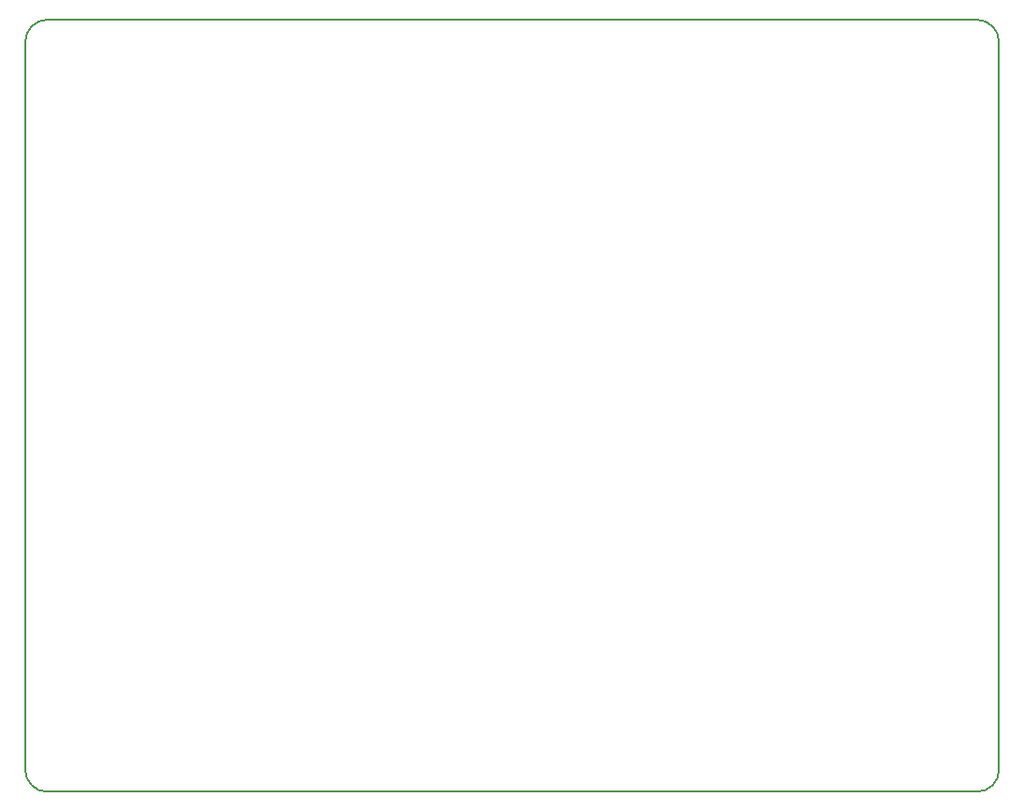
<source format=gm1>
G04 #@! TF.GenerationSoftware,KiCad,Pcbnew,(5.1.2)-2*
G04 #@! TF.CreationDate,2019-11-01T20:16:41+11:00*
G04 #@! TF.ProjectId,BoSL_GSP,426f534c-5f47-4535-902e-6b696361645f,0.3*
G04 #@! TF.SameCoordinates,Original*
G04 #@! TF.FileFunction,Profile,NP*
%FSLAX46Y46*%
G04 Gerber Fmt 4.6, Leading zero omitted, Abs format (unit mm)*
G04 Created by KiCad (PCBNEW (5.1.2)-2) date 2019-11-01 20:16:41*
%MOMM*%
%LPD*%
G04 APERTURE LIST*
%ADD10C,0.150000*%
G04 APERTURE END LIST*
D10*
X104500000Y-129500000D02*
X104500000Y-130800000D01*
X192500000Y-130700000D02*
X192500000Y-130800000D01*
X192500000Y-129500000D02*
X192500000Y-130700000D01*
X192500000Y-129500000D02*
X192500000Y-65000000D01*
X106500000Y-132800000D02*
X190500000Y-132800000D01*
X104500000Y-65000000D02*
X104500000Y-129500000D01*
X190500000Y-63000000D02*
X106500000Y-63000000D01*
X104500000Y-65000000D02*
G75*
G02X106500000Y-63000000I2000000J0D01*
G01*
X106500000Y-132800000D02*
G75*
G02X104500000Y-130800000I0J2000000D01*
G01*
X192500000Y-130800000D02*
G75*
G02X190500000Y-132800000I-2000000J0D01*
G01*
X190500000Y-63000000D02*
G75*
G02X192500000Y-65000000I0J-2000000D01*
G01*
M02*

</source>
